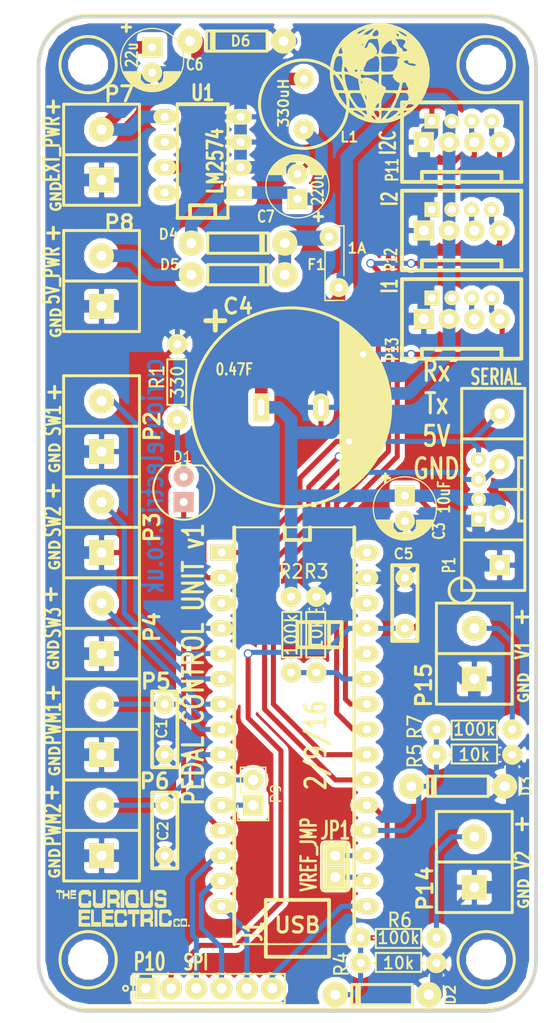
<source format=kicad_pcb>
(kicad_pcb (version 4) (host pcbnew 4.0.5)
  (title_block (date "12 jul 2015"))
  (layers (0 Front signal) (31 Back signal) (34 B.Paste user) (35 F.Paste user) (36 B.SilkS user) (37 F.SilkS user) (38 B.Mask user) (39 F.Mask user) (44 Edge.Cuts user))
  (net 0 "")
  (net 1 +5V)
  (net 2 GND)
  (net 3 "Net-(D1-Pad2)")
  (net 4 "Net-(J1-Pad3)")
  (net 5 "Net-(J1-Pad17)")
  (net 6 "Net-(J1-Pad18)")
  (net 7 "Net-(J1-Pad25)")
  (net 8 "Net-(J1-Pad26)")
  (net 9 "Net-(J1-Pad28)")
  (net 10 "Net-(J1-Pad30)")
  (net 11 /PWM1)
  (net 12 /PWM2)
  (net 13 /PowerSupply/V_EXT+)
  (net 14 "Net-(C7-Pad1)")
  (net 15 "Net-(D1-Pad1)")
  (net 16 /A1)
  (net 17 /A0)
  (net 18 "Net-(D4-Pad2)")
  (net 19 /PowerSupply/5V_EXT+)
  (net 20 /D1/Tx)
  (net 21 /D0/Rx)
  (net 22 /SW1)
  (net 23 /SW2)
  (net 24 /SW3)
  (net 25 "Net-(J1-Pad10)")
  (net 26 "Net-(J1-Pad11)")
  (net 27 /SS)
  (net 28 /MOSI)
  (net 29 /MISO)
  (net 30 /SCK)
  (net 31 /A2)
  (net 32 /A3)
  (net 33 /A4)
  (net 34 /A5)
  (net 35 "Net-(P12-Pad3)")
  (net 36 "Net-(P13-Pad3)")
  (net 37 "Net-(P14-Pad2)")
  (net 38 "Net-(P15-Pad2)")
  (net 39 "Net-(D6-Pad2)")
  (module reinnovation-footprints:PCB_50x100mm (layer Front) (at 154.987 104.8385)
    (fp_text reference PCB1 hide)
    (fp_text value CONN_1 hide)
    (pad "" np_thru_hole circle (at 45 -45) (size 3 3) (drill 3) (layers *.Cu *.Mask F.SilkS))
    (pad "" np_thru_hole circle (at 5 -45) (size 3 3) (drill 3) (layers *.Cu *.Mask F.SilkS))
    (pad "" np_thru_hole circle (at 5 45) (size 3 3) (drill 3) (layers *.Cu *.Mask F.SilkS))
    (pad "" np_thru_hole circle (at 45 45) (size 3 3) (drill 3) (layers *.Cu *.Mask F.SilkS))
  )
  (module matts_components:C1_wide_lg_pad (layer Front) (at 167.687 125.4125 270)
    (fp_text reference C1 (at 1.2065 0.301 270) (layer F.SilkS) (effects (font (size 1.016 1.016) (thickness 0.2032))))
    (fp_text value C hide)
    (pad 1 thru_hole circle (at -1.27 0 270) (size 1.905 1.905) (drill 0.8001) (layers *.Cu *.Mask F.SilkS) (net 11 /PWM1))
    (pad 2 thru_hole circle (at 3.81 0 270) (size 1.905 1.905) (drill 0.8001) (layers *.Cu *.Mask F.SilkS) (net 2 GND))
  )
  (module matts_components:C1_wide_lg_pad (layer Front) (at 167.687 135.5725 270)
    (fp_text reference C2 (at 1.3335 0.174 270) (layer F.SilkS) (effects (font (size 1.016 1.016) (thickness 0.2032))))
    (fp_text value C hide)
    (pad 1 thru_hole circle (at -1.27 0 270) (size 1.905 1.905) (drill 0.8001) (layers *.Cu *.Mask F.SilkS) (net 12 /PWM2))
    (pad 2 thru_hole circle (at 3.81 0 270) (size 1.905 1.905) (drill 0.8001) (layers *.Cu *.Mask F.SilkS) (net 2 GND))
  )
  (module REInnovationFootprint:C_1V7_TH (layer Front) (at 191.817 104.4575 270)
    (fp_text reference C3 (at 2.286 -3.429 270) (layer F.SilkS) (effects (font (size 1.143 0.889) (thickness 0.2032))))
    (fp_text value 10uF (at -1.143 -3.937 270) (layer F.SilkS) (effects (font (size 1.143 0.889) (thickness 0.2032))))
    (fp_text user + (at -3.048 2.032 270) (layer F.SilkS) (effects (font (size 1.143 1.143) (thickness 0.28702))))
    (pad 1 thru_hole rect (at -1.27 0 270) (size 2.032 2.032) (drill 0.8001) (layers *.Cu *.Mask F.SilkS) (net 1 +5V))
    (pad 2 thru_hole circle (at 1.27 0 270) (size 2.032 2.032) (drill 0.8001) (layers *.Cu *.Mask F.SilkS) (net 2 GND))
  )
  (module matts_components:C1_wide_lg_pad (layer Front) (at 191.817 115.2525 90)
    (fp_text reference C5 (at 6.223 -0.127 180) (layer F.SilkS) (effects (font (size 1.016 1.016) (thickness 0.2032))))
    (fp_text value 100n hide)
    (pad 1 thru_hole circle (at -1.27 0 90) (size 1.905 1.905) (drill 0.8001) (layers *.Cu *.Mask F.SilkS) (net 1 +5V))
    (pad 2 thru_hole circle (at 3.81 0 90) (size 1.905 1.905) (drill 0.8001) (layers *.Cu *.Mask F.SilkS) (net 2 GND))
  )
  (module REInnovationFootprint:C_1V7_TH (layer Front) (at 166.417 59.3725 270)
    (fp_text reference C6 (at 0.4445 -4.271 360) (layer F.SilkS) (effects (font (size 1.143 0.889) (thickness 0.2032))))
    (fp_text value 22u (at -0.508 2.032 270) (layer F.SilkS) (effects (font (size 1.143 0.889) (thickness 0.2032))))
    (fp_text user + (at -3.302 2.667 270) (layer F.SilkS) (effects (font (size 1.143 1.143) (thickness 0.28702))))
    (pad 1 thru_hole rect (at -1.27 0 270) (size 2.032 2.032) (drill 0.8001) (layers *.Cu *.Mask F.SilkS) (net 13 /PowerSupply/V_EXT+))
    (pad 2 thru_hole circle (at 1.27 0 270) (size 2.032 2.032) (drill 0.8001) (layers *.Cu *.Mask F.SilkS) (net 2 GND))
  )
  (module REInnovationFootprint:C_1V7_TH (layer Front) (at 181.022 72.0725 90)
    (fp_text reference C7 (at -3.048 -3.175 180) (layer F.SilkS) (effects (font (size 1.143 0.889) (thickness 0.2032))))
    (fp_text value 220u (at -0.254 2.032 90) (layer F.SilkS) (effects (font (size 1.143 0.889) (thickness 0.2032))))
    (fp_text user + (at -3.048 2.032 90) (layer F.SilkS) (effects (font (size 1.143 1.143) (thickness 0.28702))))
    (pad 1 thru_hole rect (at -1.27 0 90) (size 2.032 2.032) (drill 0.8001) (layers *.Cu *.Mask F.SilkS) (net 14 "Net-(C7-Pad1)"))
    (pad 2 thru_hole circle (at 1.27 0 90) (size 2.032 2.032) (drill 0.8001) (layers *.Cu *.Mask F.SilkS) (net 2 GND))
  )
  (module REInnovationFootprint:LED-5MM_larg_pad (layer Front) (at 169.592 102.5525 90)
    (fp_text reference D1 (at 3.302 -0.127 180) (layer F.SilkS))
    (fp_text value LED hide)
    (pad 1 thru_hole rect (at -1.27 0 90) (size 2.032 2.032) (drill 0.8128) (layers *.Cu *.SilkS *.Mask F.Paste) (net 15 "Net-(D1-Pad1)"))
    (pad 2 thru_hole circle (at 1.27 0 90) (size 2.032 2.032) (drill 0.8128) (layers *.Cu *.SilkS *.Mask F.Paste) (net 3 "Net-(D1-Pad2)"))
  )
  (module REInnovationFootprint:TH_Diode_1 (layer Front) (at 189.912 153.3525 180)
    (fp_text reference D2 (at -6.477 0 270) (layer F.SilkS) (effects (font (size 1.016 1.016) (thickness 0.2032))))
    (fp_text value 5V1 hide)
    (pad 2 thru_hole circle (at 5.08 0 180) (size 2.54 2.54) (drill 1.00076) (layers *.Cu *.Mask F.SilkS) (net 16 /A1))
    (pad 1 thru_hole circle (at -4.318 0 180) (size 2.54 2.54) (drill 1.00076) (layers *.Cu *.Mask F.SilkS) (net 2 GND))
  )
  (module REInnovationFootprint:TH_Diode_1 (layer Front) (at 197.532 132.3975 180)
    (fp_text reference D3 (at -6.477 0 270) (layer F.SilkS) (effects (font (size 1.016 1.016) (thickness 0.2032))))
    (fp_text value 5V1 hide)
    (pad 2 thru_hole circle (at 5.08 0 180) (size 2.54 2.54) (drill 1.00076) (layers *.Cu *.Mask F.SilkS) (net 17 /A0))
    (pad 1 thru_hole circle (at -4.318 0 180) (size 2.54 2.54) (drill 1.00076) (layers *.Cu *.Mask F.SilkS) (net 2 GND))
  )
  (module REInnovationFootprint:TH_Diode_1 (layer Front) (at 174.672 77.7875)
    (fp_text reference D4 (at -6.604 -0.889 180) (layer F.SilkS) (effects (font (size 1.016 1.016) (thickness 0.2032))))
    (fp_text value 1N4001 hide)
    (pad 2 thru_hole circle (at 5.08 0) (size 2.54 2.54) (drill 1.00076) (layers *.Cu *.Mask F.SilkS) (net 18 "Net-(D4-Pad2)"))
    (pad 1 thru_hole circle (at -4.318 0) (size 2.54 2.54) (drill 1.00076) (layers *.Cu *.Mask F.SilkS) (net 14 "Net-(C7-Pad1)"))
  )
  (module REInnovationFootprint:TH_Diode_1 (layer Front) (at 174.672 80.9625)
    (fp_text reference D5 (at -6.477 -1.016) (layer F.SilkS) (effects (font (size 1.016 1.016) (thickness 0.2032))))
    (fp_text value 1N4001 hide)
    (pad 2 thru_hole circle (at 5.08 0) (size 2.54 2.54) (drill 1.00076) (layers *.Cu *.Mask F.SilkS) (net 18 "Net-(D4-Pad2)"))
    (pad 1 thru_hole circle (at -4.318 0) (size 2.54 2.54) (drill 1.00076) (layers *.Cu *.Mask F.SilkS) (net 19 /PowerSupply/5V_EXT+))
  )
  (module REInnovationFootprint:TH_MC36188_FUSE (layer Front) (at 184.197 77.1525 270)
    (fp_text reference F1 (at 2.794 1.27 360) (layer F.SilkS) (effects (font (size 1.016 1.016) (thickness 0.2032))))
    (fp_text value 1A (at 1.143 -2.794 360) (layer F.SilkS) (effects (font (size 1.016 1.016) (thickness 0.2032))))
    (pad 1 thru_hole circle (at 0 0 270) (size 1.905 1.905) (drill 0.8) (layers *.Cu *.Mask F.SilkS) (net 18 "Net-(D4-Pad2)"))
    (pad 2 thru_hole circle (at 5.1 -1 270) (size 1.905 1.905) (drill 0.8) (layers *.Cu *.Mask F.SilkS) (net 1 +5V))
  )
  (module REInnovationFootprint:DIP_30_600_NANO (layer Front) (at 181.022 133.0325 270)
    (fp_text reference J1 (at 13.97 4.445 270) (layer F.SilkS) (effects (font (size 1.778 1.143) (thickness 0.3048))))
    (fp_text value ARDUINO_NANO_HEADER hide)
    (fp_text user USB (at 13.335 0 360) (layer F.SilkS) (effects (font (thickness 0.3048))))
    (pad 1 thru_hole rect (at -24.13 7.62 270) (size 1.5748 2.286) (drill 0.8128) (layers *.Cu *.Mask F.SilkS) (net 20 /D1/Tx))
    (pad 2 thru_hole oval (at -21.59 7.62 270) (size 1.5748 2.286) (drill 0.8128) (layers *.Cu *.Mask F.SilkS) (net 21 /D0/Rx))
    (pad 3 thru_hole oval (at -19.05 7.62 270) (size 1.5748 2.286) (drill 0.8128) (layers *.Cu *.Mask F.SilkS) (net 4 "Net-(J1-Pad3)"))
    (pad 4 thru_hole oval (at -16.51 7.62 270) (size 1.5748 2.286) (drill 0.8128) (layers *.Cu *.Mask F.SilkS) (net 2 GND))
    (pad 5 thru_hole oval (at -13.97 7.62 270) (size 1.5748 2.286) (drill 0.8128) (layers *.Cu *.Mask F.SilkS) (net 22 /SW1))
    (pad 6 thru_hole oval (at -11.43 7.62 270) (size 1.5748 2.286) (drill 0.8128) (layers *.Cu *.Mask F.SilkS) (net 23 /SW2))
    (pad 7 thru_hole oval (at -8.89 7.62 270) (size 1.5748 2.286) (drill 0.8128) (layers *.Cu *.Mask F.SilkS) (net 24 /SW3))
    (pad 8 thru_hole oval (at -6.35 7.62 270) (size 1.5748 2.286) (drill 0.8128) (layers *.Cu *.Mask F.SilkS) (net 11 /PWM1))
    (pad 9 thru_hole oval (at -3.81 7.62 270) (size 1.5748 2.286) (drill 0.8128) (layers *.Cu *.Mask F.SilkS) (net 12 /PWM2))
    (pad 10 thru_hole oval (at -1.27 7.62 270) (size 1.5748 2.286) (drill 0.8128) (layers *.Cu *.Mask F.SilkS) (net 25 "Net-(J1-Pad10)"))
    (pad 11 thru_hole oval (at 1.27 7.62 270) (size 1.5748 2.286) (drill 0.8128) (layers *.Cu *.Mask F.SilkS) (net 26 "Net-(J1-Pad11)"))
    (pad 12 thru_hole oval (at 3.81 7.62 270) (size 1.5748 2.286) (drill 0.8128) (layers *.Cu *.Mask F.SilkS) (net 15 "Net-(D1-Pad1)"))
    (pad 13 thru_hole oval (at 6.35 7.62 270) (size 1.5748 2.286) (drill 0.8128) (layers *.Cu *.Mask F.SilkS) (net 27 /SS))
    (pad 14 thru_hole oval (at 8.89 7.62 270) (size 1.5748 2.286) (drill 0.8128) (layers *.Cu *.Mask F.SilkS) (net 28 /MOSI))
    (pad 15 thru_hole oval (at 11.43 7.62 270) (size 1.5748 2.286) (drill 0.8128) (layers *.Cu *.Mask F.SilkS) (net 29 /MISO))
    (pad 16 thru_hole oval (at 11.43 -6.985 270) (size 1.5748 2.286) (drill 0.8128) (layers *.Cu *.Mask F.SilkS) (net 30 /SCK))
    (pad 17 thru_hole oval (at 8.89 -6.985 270) (size 1.5748 2.286) (drill 0.8128) (layers *.Cu *.Mask F.SilkS) (net 5 "Net-(J1-Pad17)"))
    (pad 18 thru_hole oval (at 6.35 -6.985 270) (size 1.5748 2.286) (drill 0.8128) (layers *.Cu *.Mask F.SilkS) (net 6 "Net-(J1-Pad18)"))
    (pad 19 thru_hole oval (at 3.81 -6.985 270) (size 1.5748 2.286) (drill 0.8128) (layers *.Cu *.Mask F.SilkS) (net 17 /A0))
    (pad 20 thru_hole oval (at 1.27 -6.985 270) (size 1.5748 2.286) (drill 0.8128) (layers *.Cu *.Mask F.SilkS) (net 16 /A1))
    (pad 21 thru_hole oval (at -1.27 -6.985 270) (size 1.5748 2.286) (drill 0.8128) (layers *.Cu *.Mask F.SilkS) (net 31 /A2))
    (pad 22 thru_hole oval (at -3.81 -6.985 270) (size 1.5748 2.286) (drill 0.8128) (layers *.Cu *.Mask F.SilkS) (net 32 /A3))
    (pad 23 thru_hole oval (at -6.35 -6.985 270) (size 1.5748 2.286) (drill 0.8128) (layers *.Cu *.Mask F.SilkS) (net 33 /A4))
    (pad 24 thru_hole oval (at -8.89 -6.985 270) (size 1.5748 2.286) (drill 0.8128) (layers *.Cu *.Mask F.SilkS) (net 34 /A5))
    (pad 25 thru_hole oval (at -11.43 -6.985 270) (size 1.5748 2.286) (drill 0.8128) (layers *.Cu *.Mask F.SilkS) (net 7 "Net-(J1-Pad25)"))
    (pad 26 thru_hole oval (at -13.97 -6.985 270) (size 1.5748 2.286) (drill 0.8128) (layers *.Cu *.Mask F.SilkS) (net 8 "Net-(J1-Pad26)"))
    (pad 27 thru_hole oval (at -16.51 -6.985 270) (size 1.5748 2.286) (drill 0.8128) (layers *.Cu *.Mask F.SilkS) (net 1 +5V))
    (pad 28 thru_hole oval (at -19.05 -6.985 270) (size 1.5748 2.286) (drill 0.8128) (layers *.Cu *.Mask F.SilkS) (net 9 "Net-(J1-Pad28)"))
    (pad 29 thru_hole oval (at -21.59 -6.985 270) (size 1.5748 2.286) (drill 0.8128) (layers *.Cu *.Mask F.SilkS) (net 2 GND))
    (pad 30 thru_hole oval (at -24.13 -6.985 270) (size 1.5748 2.286) (drill 0.8128) (layers *.Cu *.Mask F.SilkS) (net 10 "Net-(J1-Pad30)"))
  )
  (module matts_components:SIL-2_solder_connect (layer Front) (at 184.832 140.6525 270)
    (fp_text reference JP1 (at -3.81 0 360) (layer F.SilkS) (effects (font (size 1.72974 1.08712) (thickness 0.27178))))
    (fp_text value VREF_JMP (at -1.397 2.667 270) (layer F.SilkS) (effects (font (size 1.524 1.016) (thickness 0.254))))
    (pad 1 thru_hole rect (at -1.27 0 270) (size 2.032 2.032) (drill 1.00076) (layers *.Cu *.Mask F.SilkS) (net 6 "Net-(J1-Pad18)"))
    (pad 2 thru_hole rect (at 0.889 0 270) (size 2.032 2.032) (drill 1.00076) (layers *.Cu *.Mask F.SilkS) (net 5 "Net-(J1-Pad17)"))
  )
  (module REInnovationFootprint:TH_Inductor (layer Front) (at 181.657 63.8175 270)
    (fp_text reference L1 (at 3.302 -4.572 360) (layer F.SilkS) (effects (font (size 1.016 1.016) (thickness 0.2032))))
    (fp_text value 330uH (at -0.127 2.032 270) (layer F.SilkS) (effects (font (size 1.016 1.016) (thickness 0.2032))))
    (pad 1 thru_hole circle (at -2.54 0 270) (size 2.032 2.032) (drill 0.8001) (layers *.Cu *.Mask F.SilkS) (net 39 "Net-(D6-Pad2)"))
    (pad 2 thru_hole circle (at 2.54 0 270) (size 2.032 2.032) (drill 0.8001) (layers *.Cu *.Mask F.SilkS) (net 14 "Net-(C7-Pad1)"))
  )
  (module CuriousElectric3:CuriousElectric_globe_10mm (layer Front) (at 189.277 60.6425)
    (fp_text reference LG2 hide)
    (fp_text value CONN_1 hide)
  )
  (module REInnovationFootprint:Pin_Header_Straight_1x02 (layer Front) (at 176.577 134.3025 180)
    (fp_text reference P9 (at -2.286 1.143 270) (layer F.SilkS))
    (fp_text value D7_D8 hide)
    (pad 1 thru_hole rect (at 0 0 180) (size 2.032 2.032) (drill 1.016) (layers *.Cu *.Mask F.SilkS) (net 26 "Net-(J1-Pad11)"))
    (pad 2 thru_hole oval (at 0 2.54 180) (size 2.032 2.032) (drill 1.016) (layers *.Cu *.Mask F.SilkS) (net 25 "Net-(J1-Pad10)"))
  )
  (module REInnovationFootprint:TH_6x1_CONN (layer Front) (at 172.132 152.7175)
    (fp_text reference P10 (at -5.969 -2.667) (layer F.SilkS) (effects (font (size 1.72974 1.08712) (thickness 0.27178))))
    (fp_text value SPI (at -1.317 -2.6035) (layer F.SilkS) (effects (font (size 1.524 1.016) (thickness 0.254))))
    (pad 1 thru_hole rect (at -6.35 0) (size 2.10058 2.10058) (drill 1) (layers *.Cu *.Mask F.SilkS) (net 2 GND))
    (pad 2 thru_hole circle (at -3.81 0) (size 2.19964 2.19964) (drill 1) (layers *.Cu *.Mask F.SilkS) (net 1 +5V))
    (pad 3 thru_hole circle (at -1.27 0) (size 2.19964 2.19964) (drill 1) (layers *.Cu *.Mask F.SilkS) (net 27 /SS))
    (pad 4 thru_hole circle (at 1.27 0) (size 2.19964 2.19964) (drill 1) (layers *.Cu *.Mask F.SilkS) (net 28 /MOSI))
    (pad 5 thru_hole circle (at 3.81 0) (size 2.19964 2.19964) (drill 1) (layers *.Cu *.Mask F.SilkS) (net 29 /MISO))
    (pad 6 thru_hole circle (at 6.35 0) (size 2.19964 2.19964) (drill 1) (layers *.Cu *.Mask F.SilkS) (net 30 /SCK))
  )
  (module matts_components:SIL-4_Grove_SIL (layer Front) (at 197.532 67.6275)
    (fp_text reference P11 (at -6.985 2.794 90) (layer F.SilkS) (effects (font (size 1.2 0.8) (thickness 0.2))))
    (fp_text value I2C (at -7.413 0.0635 90) (layer F.SilkS) (effects (font (size 1.524 1.016) (thickness 0.254))))
    (pad 1 thru_hole rect (at -3.81 0) (size 2.032 2.032) (drill 1.00076) (layers *.Cu *.Mask F.SilkS) (net 2 GND))
    (pad 2 thru_hole circle (at -1.27 0) (size 2.032 2.032) (drill 1.00076) (layers *.Cu *.Mask F.SilkS) (net 1 +5V))
    (pad 3 thru_hole circle (at 1.27 0) (size 2.032 2.032) (drill 1.00076) (layers *.Cu *.Mask F.SilkS) (net 33 /A4))
    (pad 4 thru_hole circle (at 3.81 0) (size 2.032 2.032) (drill 1.00076) (layers *.Cu *.Mask F.SilkS) (net 34 /A5))
    (pad 1 thru_hole rect (at -3 -2.111) (size 1.5 1.5) (drill 0.8) (layers *.Cu *.Mask F.SilkS) (net 2 GND))
    (pad 2 thru_hole circle (at -1 -2.111) (size 1.5 1.5) (drill 0.8) (layers *.Cu *.Mask F.SilkS) (net 1 +5V))
    (pad 3 thru_hole circle (at 1 -2.111) (size 1.5 1.5) (drill 0.8) (layers *.Cu *.Mask F.SilkS) (net 33 /A4))
    (pad 4 thru_hole circle (at 3 -2.111) (size 1.5 1.5) (drill 0.8) (layers *.Cu *.Mask F.SilkS) (net 34 /A5))
  )
  (module matts_components:SIL-4_Grove_SIL (layer Front) (at 197.532 76.5175)
    (fp_text reference P12 (at -7.112 2.921 90) (layer F.SilkS) (effects (font (size 1.2 0.8) (thickness 0.2))))
    (fp_text value I2 (at -7.239 -3.175 90) (layer F.SilkS) (effects (font (size 1.524 1.016) (thickness 0.254))))
    (pad 1 thru_hole rect (at -3.81 0) (size 2.032 2.032) (drill 1.00076) (layers *.Cu *.Mask F.SilkS) (net 2 GND))
    (pad 2 thru_hole circle (at -1.27 0) (size 2.032 2.032) (drill 1.00076) (layers *.Cu *.Mask F.SilkS) (net 1 +5V))
    (pad 3 thru_hole circle (at 1.27 0) (size 2.032 2.032) (drill 1.00076) (layers *.Cu *.Mask F.SilkS) (net 35 "Net-(P12-Pad3)"))
    (pad 4 thru_hole circle (at 3.81 0) (size 2.032 2.032) (drill 1.00076) (layers *.Cu *.Mask F.SilkS) (net 32 /A3))
    (pad 1 thru_hole rect (at -3 -2.111) (size 1.5 1.5) (drill 0.8) (layers *.Cu *.Mask F.SilkS) (net 2 GND))
    (pad 2 thru_hole circle (at -1 -2.111) (size 1.5 1.5) (drill 0.8) (layers *.Cu *.Mask F.SilkS) (net 1 +5V))
    (pad 3 thru_hole circle (at 1 -2.111) (size 1.5 1.5) (drill 0.8) (layers *.Cu *.Mask F.SilkS) (net 35 "Net-(P12-Pad3)"))
    (pad 4 thru_hole circle (at 3 -2.111) (size 1.5 1.5) (drill 0.8) (layers *.Cu *.Mask F.SilkS) (net 32 /A3))
  )
  (module matts_components:SIL-4_Grove_SIL (layer Front) (at 197.532 85.4075)
    (fp_text reference P13 (at -6.985 3.048 90) (layer F.SilkS) (effects (font (size 1.2 0.8) (thickness 0.2))))
    (fp_text value I1 (at -7.239 -3.302 90) (layer F.SilkS) (effects (font (size 1.524 1.016) (thickness 0.254))))
    (pad 1 thru_hole rect (at -3.81 0) (size 2.032 2.032) (drill 1.00076) (layers *.Cu *.Mask F.SilkS) (net 2 GND))
    (pad 2 thru_hole circle (at -1.27 0) (size 2.032 2.032) (drill 1.00076) (layers *.Cu *.Mask F.SilkS) (net 1 +5V))
    (pad 3 thru_hole circle (at 1.27 0) (size 2.032 2.032) (drill 1.00076) (layers *.Cu *.Mask F.SilkS) (net 36 "Net-(P13-Pad3)"))
    (pad 4 thru_hole circle (at 3.81 0) (size 2.032 2.032) (drill 1.00076) (layers *.Cu *.Mask F.SilkS) (net 31 /A2))
    (pad 1 thru_hole rect (at -3 -2.111) (size 1.5 1.5) (drill 0.8) (layers *.Cu *.Mask F.SilkS) (net 2 GND))
    (pad 2 thru_hole circle (at -1 -2.111) (size 1.5 1.5) (drill 0.8) (layers *.Cu *.Mask F.SilkS) (net 1 +5V))
    (pad 3 thru_hole circle (at 1 -2.111) (size 1.5 1.5) (drill 0.8) (layers *.Cu *.Mask F.SilkS) (net 36 "Net-(P13-Pad3)"))
    (pad 4 thru_hole circle (at 3 -2.111) (size 1.5 1.5) (drill 0.8) (layers *.Cu *.Mask F.SilkS) (net 31 /A2))
  )
  (module reinnovation-footprints:TH_Resistor_1 (layer Front) (at 168.957 91.7575 90)
    (fp_text reference R1 (at 0.508 -2.032 270) (layer F.SilkS) (effects (font (size 1.397 1.27) (thickness 0.2032))))
    (fp_text value 330 (at 0 0 90) (layer F.SilkS) (effects (font (size 1.2 1.15) (thickness 0.2032))))
    (pad 1 thru_hole circle (at -3.81 0 90) (size 2.032 2.032) (drill 0.8001) (layers *.Cu *.Mask F.SilkS) (net 3 "Net-(D1-Pad2)"))
    (pad 2 thru_hole circle (at 3.81 0 90) (size 2.032 2.032) (drill 0.8001) (layers *.Cu *.Mask F.SilkS) (net 2 GND))
  )
  (module reinnovation-footprints:TH_Resistor_1 (layer Front) (at 180.387 117.1575 270)
    (fp_text reference R2 (at -6.35 0 360) (layer F.SilkS) (effects (font (size 1.397 1.27) (thickness 0.2032))))
    (fp_text value 100k (at 0 0 270) (layer F.SilkS) (effects (font (size 1.2 1.15) (thickness 0.2032))))
    (pad 1 thru_hole circle (at -3.81 0 270) (size 2.032 2.032) (drill 0.8001) (layers *.Cu *.Mask F.SilkS) (net 1 +5V))
    (pad 2 thru_hole circle (at 3.81 0 270) (size 2.032 2.032) (drill 0.8001) (layers *.Cu *.Mask F.SilkS) (net 7 "Net-(J1-Pad25)"))
  )
  (module reinnovation-footprints:TH_Resistor_1 (layer Front) (at 182.927 117.1575 90)
    (fp_text reference R3 (at 6.35 0 180) (layer F.SilkS) (effects (font (size 1.397 1.27) (thickness 0.2032))))
    (fp_text value 10k (at 0 0 90) (layer F.SilkS) (effects (font (size 1.2 1.15) (thickness 0.2032))))
    (pad 1 thru_hole circle (at -3.81 0 90) (size 2.032 2.032) (drill 0.8001) (layers *.Cu *.Mask F.SilkS) (net 7 "Net-(J1-Pad25)"))
    (pad 2 thru_hole circle (at 3.81 0 90) (size 2.032 2.032) (drill 0.8001) (layers *.Cu *.Mask F.SilkS) (net 2 GND))
  )
  (module reinnovation-footprints:TH_Resistor_1 (layer Front) (at 191.182 150.1775)
    (fp_text reference R4 (at -5.715 0.127 90) (layer F.SilkS) (effects (font (size 1.397 1.27) (thickness 0.2032))))
    (fp_text value 10k (at 0 0) (layer F.SilkS) (effects (font (size 1.2 1.15) (thickness 0.2032))))
    (pad 1 thru_hole circle (at -3.81 0) (size 2.032 2.032) (drill 0.8001) (layers *.Cu *.Mask F.SilkS) (net 16 /A1))
    (pad 2 thru_hole circle (at 3.81 0) (size 2.032 2.032) (drill 0.8001) (layers *.Cu *.Mask F.SilkS) (net 2 GND))
  )
  (module reinnovation-footprints:TH_Resistor_1 (layer Front) (at 198.802 129.2225)
    (fp_text reference R5 (at -5.969 0.127 90) (layer F.SilkS) (effects (font (size 1.397 1.27) (thickness 0.2032))))
    (fp_text value 10k (at 0 0) (layer F.SilkS) (effects (font (size 1.2 1.15) (thickness 0.2032))))
    (pad 1 thru_hole circle (at -3.81 0) (size 2.032 2.032) (drill 0.8001) (layers *.Cu *.Mask F.SilkS) (net 17 /A0))
    (pad 2 thru_hole circle (at 3.81 0) (size 2.032 2.032) (drill 0.8001) (layers *.Cu *.Mask F.SilkS) (net 2 GND))
  )
  (module reinnovation-footprints:TH_Resistor_1 (layer Front) (at 191.182 147.6375 180)
    (fp_text reference R6 (at -0.127 1.778 360) (layer F.SilkS) (effects (font (size 1.397 1.27) (thickness 0.2032))))
    (fp_text value 100k (at 0 0 180) (layer F.SilkS) (effects (font (size 1.2 1.15) (thickness 0.2032))))
    (pad 1 thru_hole circle (at -3.81 0 180) (size 2.032 2.032) (drill 0.8001) (layers *.Cu *.Mask F.SilkS) (net 37 "Net-(P14-Pad2)"))
    (pad 2 thru_hole circle (at 3.81 0 180) (size 2.032 2.032) (drill 0.8001) (layers *.Cu *.Mask F.SilkS) (net 16 /A1))
  )
  (module reinnovation-footprints:TH_Resistor_1 (layer Front) (at 198.802 126.6825 180)
    (fp_text reference R7 (at 5.969 0.254 270) (layer F.SilkS) (effects (font (size 1.397 1.27) (thickness 0.2032))))
    (fp_text value 100k (at 0 0 180) (layer F.SilkS) (effects (font (size 1.2 1.15) (thickness 0.2032))))
    (pad 1 thru_hole circle (at -3.81 0 180) (size 2.032 2.032) (drill 0.8001) (layers *.Cu *.Mask F.SilkS) (net 38 "Net-(P15-Pad2)"))
    (pad 2 thru_hole circle (at 3.81 0 180) (size 2.032 2.032) (drill 0.8001) (layers *.Cu *.Mask F.SilkS) (net 17 /A0))
  )
  (module REInnovationFootprint:DIP-8_300_ELL (layer Front) (at 171.497 65.0875 90)
    (fp_text reference U1 (at 2.413 0 180) (layer F.SilkS) (effects (font (size 1.524 1.143) (thickness 0.28702))))
    (fp_text value LM2574 (at -4.445 1.27 90) (layer F.SilkS) (effects (font (size 1.524 1.143) (thickness 0.28702))))
    (pad 1 thru_hole rect (at -7.62 3.81 90) (size 1.5748 2.286) (drill 0.8128) (layers *.Cu *.Mask F.SilkS) (net 14 "Net-(C7-Pad1)"))
    (pad 2 thru_hole oval (at -5.08 3.81 90) (size 1.5748 2.286) (drill 0.8128) (layers *.Cu *.Mask F.SilkS) (net 2 GND))
    (pad 3 thru_hole oval (at -2.54 3.81 90) (size 1.5748 2.286) (drill 0.8128) (layers *.Cu *.Mask F.SilkS) (net 2 GND))
    (pad 4 thru_hole oval (at 0 3.81 90) (size 1.5748 2.286) (drill 0.8128) (layers *.Cu *.Mask F.SilkS) (net 2 GND))
    (pad 5 thru_hole oval (at 0 -3.81 90) (size 1.5748 2.286) (drill 0.8128) (layers *.Cu *.Mask F.SilkS) (net 13 /PowerSupply/V_EXT+))
    (pad 6 thru_hole oval (at -2.54 -3.81 90) (size 1.5748 2.286) (drill 0.8128) (layers *.Cu *.Mask F.SilkS))
    (pad 7 thru_hole oval (at -5.08 -3.81 90) (size 1.5748 2.286) (drill 0.8128) (layers *.Cu *.Mask F.SilkS) (net 39 "Net-(D6-Pad2)"))
    (pad 8 thru_hole oval (at -7.62 -3.81 90) (size 1.5748 2.286) (drill 0.8128) (layers *.Cu *.Mask F.SilkS))
  )
  (module REInnovationFootprint:SIL-4_Grove_SCREW (layer Front) (at 201.342 102.5525 90)
    (fp_text reference P1 (at -7.62 -5.08 270) (layer F.SilkS) (effects (font (size 1.2 0.8) (thickness 0.2))))
    (fp_text value SERIAL (at 11.303 -0.381 360) (layer F.SilkS) (effects (font (size 1.524 1.016) (thickness 0.254))))
    (pad 1 thru_hole rect (at -7.62 0 90) (size 2.032 2.032) (drill 1.00076) (layers *.Cu *.Mask F.SilkS) (net 2 GND))
    (pad 2 thru_hole circle (at -2.54 0 90) (size 2.032 2.032) (drill 1.00076) (layers *.Cu *.Mask F.SilkS) (net 1 +5V))
    (pad 3 thru_hole circle (at 2.54 0 90) (size 2.032 2.032) (drill 1.00076) (layers *.Cu *.Mask F.SilkS) (net 20 /D1/Tx))
    (pad 4 thru_hole circle (at 7.62 0 90) (size 2.032 2.032) (drill 1.00076) (layers *.Cu *.Mask F.SilkS) (net 21 /D0/Rx))
    (pad 1 thru_hole rect (at -3 -2.111 90) (size 1.5 1.5) (drill 0.8) (layers *.Cu *.Mask F.SilkS) (net 2 GND))
    (pad 2 thru_hole circle (at -1 -2.111 90) (size 1.5 1.5) (drill 0.8) (layers *.Cu *.Mask F.SilkS) (net 1 +5V))
    (pad 3 thru_hole circle (at 1 -2.111 90) (size 1.5 1.5) (drill 0.8) (layers *.Cu *.Mask F.SilkS) (net 20 /D1/Tx))
    (pad 4 thru_hole circle (at 3 -2.111 90) (size 1.5 1.5) (drill 0.8) (layers *.Cu *.Mask F.SilkS) (net 21 /D0/Rx))
  )
  (module REInnovationFootprint:SIL-2_screw_terminal (layer Front) (at 161.337 98.7425 90)
    (fp_text reference P2 (at 2.54 5.08 270) (layer F.SilkS) (effects (font (thickness 0.3048))))
    (fp_text value SW1 (at 3.1115 -4.873 90) (layer F.SilkS) (effects (font (size 1.524 1.016) (thickness 0.254))))
    (fp_text user GND (at -0.635 -4.699 270) (layer F.SilkS) (effects (font (thickness 0.25))))
    (fp_text user + (at 5.969 -4.826 90) (layer F.SilkS) (effects (font (thickness 0.3048))))
    (pad 1 thru_hole rect (at 0 0 90) (size 2.49936 2.49936) (drill 1.00076) (layers *.Cu *.Mask F.SilkS) (net 2 GND))
    (pad 2 thru_hole circle (at 5.08 0 90) (size 2.49936 2.49936) (drill 1.00076) (layers *.Cu *.Mask F.SilkS) (net 22 /SW1))
  )
  (module REInnovationFootprint:SIL-2_screw_terminal (layer Front) (at 161.337 108.9025 90)
    (fp_text reference P3 (at 2.54 5.08 270) (layer F.SilkS) (effects (font (thickness 0.3048))))
    (fp_text value SW2 (at 3.1115 -4.873 90) (layer F.SilkS) (effects (font (size 1.524 1.016) (thickness 0.254))))
    (fp_text user GND (at -0.254 -4.699 270) (layer F.SilkS) (effects (font (thickness 0.25))))
    (fp_text user + (at 6.223 -4.953 90) (layer F.SilkS) (effects (font (thickness 0.3048))))
    (pad 1 thru_hole rect (at 0 0 90) (size 2.49936 2.49936) (drill 1.00076) (layers *.Cu *.Mask F.SilkS) (net 2 GND))
    (pad 2 thru_hole circle (at 5.08 0 90) (size 2.49936 2.49936) (drill 1.00076) (layers *.Cu *.Mask F.SilkS) (net 23 /SW2))
  )
  (module REInnovationFootprint:SIL-2_screw_terminal (layer Front) (at 161.337 119.0625 90)
    (fp_text reference P4 (at 2.667 5.08 270) (layer F.SilkS) (effects (font (thickness 0.3048))))
    (fp_text value SW3 (at 3.1115 -4.873 90) (layer F.SilkS) (effects (font (size 1.524 1.016) (thickness 0.254))))
    (fp_text user GND (at -0.127 -4.826 270) (layer F.SilkS) (effects (font (thickness 0.25))))
    (fp_text user + (at 5.969 -5.207 90) (layer F.SilkS) (effects (font (thickness 0.3048))))
    (pad 1 thru_hole rect (at 0 0 90) (size 2.49936 2.49936) (drill 1.00076) (layers *.Cu *.Mask F.SilkS) (net 2 GND))
    (pad 2 thru_hole circle (at 5.08 0 90) (size 2.49936 2.49936) (drill 1.00076) (layers *.Cu *.Mask F.SilkS) (net 24 /SW3))
  )
  (module REInnovationFootprint:SIL-2_screw_terminal (layer Front) (at 161.337 129.2225 90)
    (fp_text reference P5 (at 7.366 5.461 360) (layer F.SilkS) (effects (font (thickness 0.3048))))
    (fp_text value PWM1 (at 3.1115 -4.873 90) (layer F.SilkS) (effects (font (size 1.524 1.016) (thickness 0.254))))
    (fp_text user GND (at -0.635 -4.699 270) (layer F.SilkS) (effects (font (thickness 0.25))))
    (fp_text user + (at 6.223 -4.953 90) (layer F.SilkS) (effects (font (thickness 0.3048))))
    (pad 1 thru_hole rect (at 0 0 90) (size 2.49936 2.49936) (drill 1.00076) (layers *.Cu *.Mask F.SilkS) (net 2 GND))
    (pad 2 thru_hole circle (at 5.08 0 90) (size 2.49936 2.49936) (drill 1.00076) (layers *.Cu *.Mask F.SilkS) (net 11 /PWM1))
  )
  (module REInnovationFootprint:SIL-2_screw_terminal (layer Front) (at 161.337 139.3825 90)
    (fp_text reference P6 (at 7.493 5.334 180) (layer F.SilkS) (effects (font (thickness 0.3048))))
    (fp_text value PWM2 (at 3.1115 -4.873 90) (layer F.SilkS) (effects (font (size 1.524 1.016) (thickness 0.254))))
    (fp_text user GND (at -0.762 -4.699 270) (layer F.SilkS) (effects (font (thickness 0.25))))
    (fp_text user + (at 6.35 -5.08 90) (layer F.SilkS) (effects (font (thickness 0.3048))))
    (pad 1 thru_hole rect (at 0 0 90) (size 2.49936 2.49936) (drill 1.00076) (layers *.Cu *.Mask F.SilkS) (net 2 GND))
    (pad 2 thru_hole circle (at 5.08 0 90) (size 2.49936 2.49936) (drill 1.00076) (layers *.Cu *.Mask F.SilkS) (net 12 /PWM2))
  )
  (module REInnovationFootprint:SIL-2_screw_terminal (layer Front) (at 161.337 71.4375 90)
    (fp_text reference P7 (at 8.636 1.778 180) (layer F.SilkS) (effects (font (thickness 0.3048))))
    (fp_text value EXT_PWR (at 3.1115 -5 90) (layer F.SilkS) (effects (font (size 1.524 1.016) (thickness 0.254))))
    (fp_text user GND (at -1.651 -4.572 270) (layer F.SilkS) (effects (font (thickness 0.25))))
    (fp_text user + (at 7.366 -4.953 90) (layer F.SilkS) (effects (font (thickness 0.3048))))
    (pad 1 thru_hole rect (at 0 0 90) (size 2.49936 2.49936) (drill 1.00076) (layers *.Cu *.Mask F.SilkS) (net 2 GND))
    (pad 2 thru_hole circle (at 5.08 0 90) (size 2.49936 2.49936) (drill 1.00076) (layers *.Cu *.Mask F.SilkS) (net 13 /PowerSupply/V_EXT+))
  )
  (module REInnovationFootprint:SIL-2_screw_terminal (layer Front) (at 161.337 84.1375 90)
    (fp_text reference P8 (at 8.382 1.778 180) (layer F.SilkS) (effects (font (thickness 0.3048))))
    (fp_text value 5V_PWR (at 3.1115 -5 90) (layer F.SilkS) (effects (font (size 1.524 1.016) (thickness 0.254))))
    (fp_text user GND (at -1.651 -4.572 270) (layer F.SilkS) (effects (font (thickness 0.25))))
    (fp_text user + (at 7.366 -4.953 90) (layer F.SilkS) (effects (font (thickness 0.3048))))
    (pad 1 thru_hole rect (at 0 0 90) (size 2.49936 2.49936) (drill 1.00076) (layers *.Cu *.Mask F.SilkS) (net 2 GND))
    (pad 2 thru_hole circle (at 5.08 0 90) (size 2.49936 2.49936) (drill 1.00076) (layers *.Cu *.Mask F.SilkS) (net 19 /PowerSupply/5V_EXT+))
  )
  (module REInnovationFootprint:SIL-2_screw_terminal (layer Front) (at 198.802 142.5575 90)
    (fp_text reference P14 (at -0.127 -4.953 270) (layer F.SilkS) (effects (font (thickness 0.3048))))
    (fp_text value V2 (at 2.7305 4.906 90) (layer F.SilkS) (effects (font (size 1.524 1.016) (thickness 0.254))))
    (fp_text user GND (at -0.635 4.953 270) (layer F.SilkS) (effects (font (thickness 0.25))))
    (fp_text user + (at 6.35 4.699 90) (layer F.SilkS) (effects (font (thickness 0.3048))))
    (pad 1 thru_hole rect (at 0 0 90) (size 2.49936 2.49936) (drill 1.00076) (layers *.Cu *.Mask F.SilkS) (net 2 GND))
    (pad 2 thru_hole circle (at 5.08 0 90) (size 2.49936 2.49936) (drill 1.00076) (layers *.Cu *.Mask F.SilkS) (net 37 "Net-(P14-Pad2)"))
  )
  (module REInnovationFootprint:SIL-2_screw_terminal (layer Front) (at 198.802 121.6025 90)
    (fp_text reference P15 (at -0.635 -5.08 270) (layer F.SilkS) (effects (font (thickness 0.3048))))
    (fp_text value V1 (at 2.921 4.953 90) (layer F.SilkS) (effects (font (size 1.524 1.016) (thickness 0.254))))
    (fp_text user GND (at -0.889 4.953 270) (layer F.SilkS) (effects (font (thickness 0.25))))
    (fp_text user + (at 6.223 4.699 90) (layer F.SilkS) (effects (font (thickness 0.3048))))
    (pad 1 thru_hole rect (at 0 0 90) (size 2.49936 2.49936) (drill 1.00076) (layers *.Cu *.Mask F.SilkS) (net 2 GND))
    (pad 2 thru_hole circle (at 5.08 0 90) (size 2.49936 2.49936) (drill 1.00076) (layers *.Cu *.Mask F.SilkS) (net 38 "Net-(P15-Pad2)"))
  )
  (module CuriousElectric3:TCEC_Words_13mm (layer Front) (at 156.511 142.5575)
    (fp_text reference LG1 hide)
    (fp_text value CONN_1 hide)
  )
  (module REInnovationFootprint:C_1F_SuperCap (layer Front) (at 180.387 94.2975)
    (fp_text reference C4 (at -5.334 -10.16) (layer F.SilkS) (effects (font (thickness 0.3048))))
    (fp_text value 0.47F (at -5.715 -3.81) (layer F.SilkS) (effects (font (size 1.143 0.889) (thickness 0.2032))))
    (fp_text user + (at -7.62 -8.89) (layer F.SilkS) (effects (font (size 2.5 2.5) (thickness 0.5))))
    (pad 1 thru_hole rect (at -3 0) (size 1.6 2.8) (drill oval 0.6 1.7) (layers *.Cu *.Mask F.SilkS) (net 1 +5V))
    (pad 2 thru_hole oval (at 3 0) (size 1.6 2.8) (drill oval 0.6 1.7) (layers *.Cu *.Mask F.SilkS) (net 2 GND))
  )
  (module REInnovationFootprint:TH_Diode_1 (layer Front) (at 175.307 57.4675 180)
    (fp_text reference D6 (at 0 0 180) (layer F.SilkS) (effects (font (size 1.016 1.016) (thickness 0.2032))))
    (fp_text value 1N5819 hide)
    (pad 2 thru_hole circle (at 5.08 0 180) (size 2.54 2.54) (drill 1.00076) (layers *.Cu *.Mask F.SilkS) (net 39 "Net-(D6-Pad2)"))
    (pad 1 thru_hole circle (at -4.318 0 180) (size 2.54 2.54) (drill 1.00076) (layers *.Cu *.Mask F.SilkS) (net 2 GND))
  )
  (gr_text 2/9/16 (at 182.88 128.27 90) (layer F.SilkS) (effects (font (size 2.032 1.524) (thickness 0.3048))))
  (gr_text curiouselectric.co.uk (at 166.497 101.219 90) (layer Back) (effects (font (size 2.032 1.524) (thickness 0.3048)) (justify mirror)))
  (gr_text "PEDAL CONTROL UNIT v1" (at 170.561 120.142 90) (layer F.SilkS) (effects (font (size 2.032 1.524) (thickness 0.3048))))
  (gr_arc (start 160 60) (end 155 60) (angle 90) (layer Edge.Cuts) (width 0.381))
  (gr_arc (start 200 60) (end 200 55) (angle 90) (layer Edge.Cuts) (width 0.381))
  (gr_arc (start 200 150) (end 205 150) (angle 90) (layer Edge.Cuts) (width 0.381))
  (gr_arc (start 160 150) (end 160 155) (angle 90) (layer Edge.Cuts) (width 0.381))
  (gr_line (start 155 60) (end 155 150) (angle 90) (layer Edge.Cuts) (width 0.381))
  (gr_line (start 200 55) (end 160 55) (angle 90) (layer Edge.Cuts) (width 0.381))
  (gr_line (start 205 150) (end 205 60) (angle 90) (layer Edge.Cuts) (width 0.381))
  (gr_line (start 160 155) (end 200 155) (angle 90) (layer Edge.Cuts) (width 0.381))
  (gr_text "Rx\nTx\n5V\nGND" (at 194.992 95.5675) (layer F.SilkS) (effects (font (size 2.032 1.524) (thickness 0.3048))))
  (segment (start 177.387 94.2975) (end 179.1335 94.2975) (width 1.27) (layer Back) (net 1))
  (segment (start 180.387 95.551) (end 180.387 96.8375) (width 1.27) (layer Back) (net 1))
  (segment (start 179.1335 94.2975) (end 180.387 95.551) (width 1.27) (layer Back) (net 1))
  (segment (start 180.387 96.8375) (end 184.451 96.8375) (width 1.27) (layer Back) (net 1))
  (segment (start 184.451 96.8375) (end 188.388 92.9005) (width 1.27) (layer Back) (net 1))
  (segment (start 188.388 92.9005) (end 192.198 92.9005) (width 1.27) (layer Back) (net 1))
  (segment (start 192.198 92.9005) (end 196.262 88.8365) (width 1.27) (layer Back) (net 1))
  (segment (start 196.262 88.8365) (end 196.262 85.4075) (width 1.27) (layer Back) (net 1))
  (segment (start 199.231 103.5525) (end 200.818 103.5525) (width 1.27) (layer Back) (net 1))
  (segment (start 200.818 103.5525) (end 201.342 104.0765) (width 1.27) (layer Back) (net 1))
  (segment (start 201.342 104.0765) (end 201.342 105.0925) (width 1.27) (layer Back) (net 1))
  (segment (start 191.817 103.1875) (end 197.024 103.1875) (width 1.27) (layer Back) (net 1))
  (segment (start 197.389 103.5525) (end 199.231 103.5525) (width 1.27) (layer Back) (net 1))
  (segment (start 197.024 103.1875) (end 197.389 103.5525) (width 1.27) (layer Back) (net 1))
  (segment (start 191.817 103.1875) (end 180.387 103.1875) (width 1.27) (layer Back) (net 1))
  (segment (start 180.387 103.1875) (end 180.387 103.0605) (width 1.27) (layer Back) (net 1))
  (segment (start 177.387 94.2975) (end 177.847 94.2975) (width 1.27) (layer Back) (net 1))
  (segment (start 180.387 96.8375) (end 180.387 103.0605) (width 1.27) (layer Back) (net 1))
  (segment (start 180.387 103.0605) (end 180.387 113.3475) (width 1.27) (layer Back) (net 1))
  (segment (start 185.197 82.2525) (end 185.197 83.3915) (width 1.27) (layer Front) (net 1))
  (segment (start 177.387 91.2015) (end 177.387 94.2975) (width 1.27) (layer Front) (net 1))
  (segment (start 185.197 83.3915) (end 177.387 91.2015) (width 1.27) (layer Front) (net 1))
  (segment (start 196.532 65.5165) (end 196.532 64.2145) (width 1.27) (layer Back) (net 1))
  (segment (start 185.975 81.4745) (end 185.197 82.2525) (width 1.27) (layer Back) (net 1))
  (segment (start 185.975 69.1515) (end 185.975 81.4745) (width 1.27) (layer Back) (net 1))
  (segment (start 191.817 63.3095) (end 185.975 69.1515) (width 1.27) (layer Back) (net 1))
  (segment (start 195.627 63.3095) (end 191.817 63.3095) (width 1.27) (layer Back) (net 1))
  (segment (start 196.532 64.2145) (end 195.627 63.3095) (width 1.27) (layer Back) (net 1))
  (segment (start 196.262 67.6275) (end 196.262 65.7865) (width 1.27) (layer Back) (net 1))
  (segment (start 196.262 65.7865) (end 196.532 65.5165) (width 1.27) (layer Back) (net 1))
  (segment (start 196.262 85.4075) (end 196.262 67.6275) (width 1.27) (layer Back) (net 1))
  (segment (start 168.322 152.7175) (end 168.322 151.3205) (width 0.508) (layer Front) (net 1))
  (segment (start 186.229 116.5225) (end 188.007 116.5225) (width 0.508) (layer Back) (net 1))
  (segment (start 183.816 118.9355) (end 186.229 116.5225) (width 0.508) (layer Back) (net 1))
  (segment (start 176.196 118.9355) (end 183.816 118.9355) (width 0.508) (layer Back) (net 1))
  (segment (start 176.069 119.0625) (end 176.196 118.9355) (width 0.508) (layer Back) (net 1))
  (via (at 176.069 119.0625) (size 0.889) (drill 0.635) (layers Front Back) (net 1))
  (segment (start 176.069 125.5395) (end 176.069 119.0625) (width 0.508) (layer Front) (net 1))
  (segment (start 179.371 128.8415) (end 176.069 125.5395) (width 0.508) (layer Front) (net 1))
  (segment (start 179.371 143.9545) (end 179.371 128.8415) (width 0.508) (layer Front) (net 1))
  (segment (start 174.926 148.3995) (end 179.371 143.9545) (width 0.508) (layer Front) (net 1))
  (segment (start 171.243 148.3995) (end 174.926 148.3995) (width 0.508) (layer Front) (net 1))
  (segment (start 168.322 151.3205) (end 171.243 148.3995) (width 0.508) (layer Front) (net 1))
  (segment (start 191.817 116.5225) (end 192.706 116.5225) (width 0.508) (layer Front) (net 1))
  (segment (start 192.706 116.5225) (end 194.738 114.4905) (width 0.508) (layer Front) (net 1))
  (segment (start 192.96 103.1875) (end 191.817 103.1875) (width 0.508) (layer Front) (net 1))
  (segment (start 194.738 104.9655) (end 192.96 103.1875) (width 0.508) (layer Front) (net 1))
  (segment (start 194.738 114.4905) (end 194.738 104.9655) (width 0.508) (layer Front) (net 1))
  (segment (start 185.197 82.2525) (end 185.197 80.9785) (width 0.508) (layer Back) (net 1))
  (segment (start 196.262 64.4525) (end 196.262 67.6275) (width 0.508) (layer Back) (net 1))
  (segment (start 195.119 63.3095) (end 196.262 64.4525) (width 0.508) (layer Back) (net 1))
  (segment (start 191.309 63.3095) (end 195.119 63.3095) (width 0.508) (layer Back) (net 1))
  (segment (start 185.975 68.6435) (end 191.309 63.3095) (width 0.508) (layer Back) (net 1))
  (segment (start 185.975 80.2005) (end 185.975 68.6435) (width 0.508) (layer Back) (net 1))
  (segment (start 185.197 80.9785) (end 185.975 80.2005) (width 0.508) (layer Back) (net 1))
  (segment (start 191.817 103.1875) (end 198.866 103.1875) (width 0.508) (layer Back) (net 1))
  (segment (start 198.866 103.1875) (end 199.231 103.5525) (width 0.508) (layer Back) (net 1))
  (segment (start 199.231 103.5525) (end 199.802 103.5525) (width 0.508) (layer Back) (net 1))
  (segment (start 196.262 65.7865) (end 196.532 65.5165) (width 0.508) (layer Back) (net 1))
  (segment (start 196.262 76.5175) (end 196.262 67.6275) (width 0.508) (layer Back) (net 1))
  (segment (start 196.262 76.5175) (end 196.262 74.6765) (width 0.508) (layer Back) (net 1))
  (segment (start 196.262 74.6765) (end 196.532 74.4065) (width 0.508) (layer Back) (net 1))
  (segment (start 196.262 85.4075) (end 196.262 76.5175) (width 0.508) (layer Back) (net 1))
  (segment (start 196.262 85.4075) (end 196.262 83.5665) (width 0.508) (layer Back) (net 1))
  (segment (start 196.262 83.5665) (end 196.532 83.2965) (width 0.508) (layer Back) (net 1))
  (segment (start 191.817 116.5225) (end 188.007 116.5225) (width 0.508) (layer Back) (net 1))
  (segment (start 158.924 70.485) (end 158.924 65.104) (width 1.27) (layer Back) (net 2))
  (segment (start 163.3055 63.754) (end 166.417 60.6425) (width 1.27) (layer Back) (net 2))
  (segment (start 160.274 63.754) (end 163.3055 63.754) (width 1.27) (layer Back) (net 2))
  (segment (start 158.924 65.104) (end 160.274 63.754) (width 1.27) (layer Back) (net 2))
  (segment (start 194.532 65.5165) (end 194.532 66.8175) (width 1.27) (layer Back) (net 2))
  (segment (start 194.532 66.8175) (end 193.722 67.6275) (width 1.27) (layer Back) (net 2))
  (segment (start 193.722 67.6275) (end 193.722 85.4075) (width 1.27) (layer Back) (net 2))
  (segment (start 175.307 70.1675) (end 180.387 70.1675) (width 1.27) (layer Back) (net 2))
  (segment (start 180.387 70.1675) (end 181.022 70.8025) (width 1.27) (layer Back) (net 2))
  (segment (start 175.307 60.6425) (end 175.307 70.1675) (width 1.27) (layer Back) (net 2))
  (segment (start 166.417 60.6425) (end 177.212 60.6425) (width 1.27) (layer Back) (net 2))
  (segment (start 158.924 129.2225) (end 167.687 129.2225) (width 1.27) (layer Back) (net 2))
  (segment (start 161.337 119.0625) (end 158.924 119.0625) (width 1.27) (layer Back) (net 2))
  (segment (start 161.337 108.9025) (end 158.924 108.9025) (width 1.27) (layer Back) (net 2))
  (segment (start 161.337 98.7425) (end 158.924 98.7425) (width 1.27) (layer Back) (net 2))
  (segment (start 161.337 84.1375) (end 158.924 84.1375) (width 1.27) (layer Back) (net 2))
  (segment (start 161.337 71.4375) (end 158.924 71.4375) (width 1.27) (layer Back) (net 2))
  (segment (start 158.924 71.4375) (end 159.305 71.4375) (width 1.27) (layer Back) (net 2))
  (segment (start 158.924 139.3825) (end 158.924 70.485) (width 1.27) (layer Back) (net 2))
  (segment (start 167.687 139.3825) (end 158.924 139.3825) (width 1.27) (layer Back) (net 2))
  (segment (start 158.924 139.3825) (end 158.797 139.3825) (width 1.27) (layer Back) (net 2))
  (segment (start 165.782 152.7175) (end 165.782 139.3825) (width 1.27) (layer Back) (net 2))
  (segment (start 194.992 153.3525) (end 194.992 150.1775) (width 1.27) (layer Back) (net 2))
  (segment (start 202.612 129.2225) (end 202.612 141.4145) (width 1.27) (layer Back) (net 2))
  (segment (start 201.469 142.5575) (end 198.802 142.5575) (width 1.27) (layer Back) (net 2))
  (segment (start 202.612 141.4145) (end 201.469 142.5575) (width 1.27) (layer Back) (net 2))
  (segment (start 200.072 129.2225) (end 202.612 129.2225) (width 1.27) (layer Back) (net 2))
  (segment (start 198.802 121.6025) (end 198.802 127.9525) (width 1.27) (layer Back) (net 2))
  (segment (start 198.802 127.9525) (end 200.072 129.2225) (width 1.27) (layer Back) (net 2))
  (segment (start 199.231 109.4585) (end 195.881 112.8085) (width 1.27) (layer Back) (net 2))
  (segment (start 195.881 112.8085) (end 195.881 119.6975) (width 1.27) (layer Back) (net 2))
  (segment (start 195.881 119.6975) (end 197.786 121.6025) (width 1.27) (layer Back) (net 2))
  (segment (start 197.786 121.6025) (end 198.802 121.6025) (width 1.27) (layer Back) (net 2))
  (segment (start 199.231 105.5525) (end 199.231 109.4585) (width 1.27) (layer Back) (net 2))
  (segment (start 199.231 109.4585) (end 199.945 110.1725) (width 1.27) (layer Back) (net 2))
  (segment (start 199.945 110.1725) (end 201.342 110.1725) (width 1.27) (layer Back) (net 2))
  (segment (start 191.817 105.7275) (end 199.056 105.7275) (width 1.27) (layer Back) (net 2))
  (segment (start 199.056 105.7275) (end 199.231 105.5525) (width 1.27) (layer Back) (net 2))
  (segment (start 190.293 111.4425) (end 190.293 107.2515) (width 1.27) (layer Back) (net 2))
  (segment (start 190.293 107.2515) (end 191.817 105.7275) (width 1.27) (layer Back) (net 2))
  (segment (start 188.007 111.4425) (end 190.293 111.4425) (width 1.27) (layer Back) (net 2))
  (segment (start 190.293 111.4425) (end 191.817 111.4425) (width 1.27) (layer Back) (net 2))
  (segment (start 188.007 111.4425) (end 184.832 111.4425) (width 1.27) (layer Back) (net 2))
  (segment (start 184.832 111.4425) (end 182.927 113.3475) (width 1.27) (layer Back) (net 2))
  (segment (start 173.402 116.5225) (end 181.657 116.5225) (width 1.27) (layer Back) (net 2))
  (segment (start 181.657 116.5225) (end 182.927 115.2525) (width 1.27) (layer Back) (net 2))
  (segment (start 182.927 115.2525) (end 182.927 113.3475) (width 1.27) (layer Back) (net 2))
  (segment (start 173.91 85.4075) (end 173.91 95.3135) (width 1.27) (layer Back) (net 2))
  (segment (start 173.91 95.3135) (end 175.942 97.3455) (width 1.27) (layer Back) (net 2))
  (segment (start 175.942 97.3455) (end 175.942 116.5225) (width 1.27) (layer Back) (net 2))
  (segment (start 183.387 94.2975) (end 183.387 85.4075) (width 1.27) (layer Back) (net 2))
  (segment (start 161.337 84.1375) (end 169.719 84.1375) (width 1.27) (layer Back) (net 2))
  (segment (start 169.719 84.1375) (end 170.989 85.4075) (width 1.27) (layer Back) (net 2))
  (segment (start 170.989 85.4075) (end 173.91 85.4075) (width 1.27) (layer Back) (net 2))
  (segment (start 173.91 85.4075) (end 193.722 85.4075) (width 1.27) (layer Back) (net 2))
  (segment (start 175.942 116.5225) (end 175.942 97.3455) (width 0.508) (layer Back) (net 2))
  (segment (start 174.037 95.4405) (end 174.037 85.4075) (width 0.508) (layer Back) (net 2))
  (segment (start 175.942 97.3455) (end 174.037 95.4405) (width 0.508) (layer Back) (net 2))
  (segment (start 183.308 85.6615) (end 183.308 85.4075) (width 0.508) (layer Back) (net 2))
  (segment (start 183.308 85.4865) (end 183.308 85.6615) (width 0.508) (layer Back) (net 2))
  (segment (start 183.387 85.4075) (end 183.308 85.4865) (width 0.508) (layer Back) (net 2))
  (segment (start 168.957 87.9475) (end 168.957 84.2645) (width 0.508) (layer Back) (net 2))
  (segment (start 168.957 84.2645) (end 169.084 84.1375) (width 0.508) (layer Back) (net 2))
  (segment (start 201.342 110.1725) (end 201.596 110.1725) (width 0.508) (layer Back) (net 2))
  (segment (start 173.402 116.5225) (end 175.942 116.5225) (width 0.508) (layer Back) (net 2))
  (segment (start 175.942 116.5225) (end 181.657 116.5225) (width 0.508) (layer Back) (net 2))
  (segment (start 182.927 115.2525) (end 182.927 113.3475) (width 0.508) (layer Back) (net 2))
  (segment (start 181.657 116.5225) (end 182.927 115.2525) (width 0.508) (layer Back) (net 2))
  (segment (start 193.722 85.4075) (end 183.308 85.4075) (width 0.508) (layer Back) (net 2))
  (segment (start 183.308 85.4075) (end 182.292 85.4075) (width 0.508) (layer Back) (net 2))
  (segment (start 182.292 85.4075) (end 174.037 85.4075) (width 0.508) (layer Back) (net 2))
  (segment (start 174.037 85.4075) (end 170.989 85.4075) (width 0.508) (layer Back) (net 2))
  (segment (start 169.719 84.1375) (end 170.862 85.2805) (width 0.508) (layer Back) (net 2))
  (segment (start 170.989 85.4075) (end 170.862 85.2805) (width 0.508) (layer Back) (net 2))
  (segment (start 169.084 84.1375) (end 169.719 84.1375) (width 0.508) (layer Back) (net 2))
  (segment (start 198.802 121.6025) (end 197.786 121.6025) (width 0.508) (layer Back) (net 2))
  (segment (start 197.786 121.6025) (end 195.881 119.6975) (width 0.508) (layer Back) (net 2))
  (segment (start 195.881 119.6975) (end 195.881 112.8085) (width 0.508) (layer Back) (net 2))
  (segment (start 199.056 105.7275) (end 199.231 105.5525) (width 0.508) (layer Back) (net 2))
  (segment (start 199.945 110.1725) (end 201.342 110.1725) (width 0.508) (layer Back) (net 2))
  (segment (start 199.231 109.4585) (end 199.945 110.1725) (width 0.508) (layer Back) (net 2))
  (segment (start 161.337 84.1375) (end 169.084 84.1375) (width 0.508) (layer Back) (net 2))
  (segment (start 180.387 70.1675) (end 181.022 70.8025) (width 0.508) (layer Back) (net 2))
  (segment (start 175.307 65.0875) (end 175.307 60.6425) (width 0.508) (layer Back) (net 2))
  (segment (start 175.307 60.6425) (end 175.307 60.7695) (width 0.508) (layer Back) (net 2))
  (segment (start 175.307 60.7695) (end 175.307 60.6425) (width 0.508) (layer Back) (net 2))
  (segment (start 166.417 60.6425) (end 175.307 60.6425) (width 0.508) (layer Back) (net 2))
  (segment (start 175.307 60.6425) (end 177.212 60.6425) (width 0.508) (layer Back) (net 2))
  (segment (start 175.307 67.6275) (end 175.307 65.0875) (width 0.508) (layer Back) (net 2))
  (segment (start 175.307 70.1675) (end 175.307 67.6275) (width 0.508) (layer Back) (net 2))
  (segment (start 193.722 67.6275) (end 193.722 66.3265) (width 0.508) (layer Back) (net 2))
  (segment (start 193.722 66.3265) (end 194.532 65.5165) (width 0.508) (layer Back) (net 2))
  (segment (start 193.722 76.5175) (end 193.722 67.6275) (width 0.508) (layer Back) (net 2))
  (segment (start 193.722 76.5175) (end 193.722 75.2165) (width 0.508) (layer Back) (net 2))
  (segment (start 193.722 75.2165) (end 194.532 74.4065) (width 0.508) (layer Back) (net 2))
  (segment (start 193.722 85.4075) (end 193.722 76.5175) (width 0.508) (layer Back) (net 2))
  (segment (start 193.722 85.4075) (end 193.722 84.1065) (width 0.508) (layer Back) (net 2))
  (segment (start 193.722 84.1065) (end 194.532 83.2965) (width 0.508) (layer Back) (net 2))
  (segment (start 161.337 129.2225) (end 158.924 129.2225) (width 0.508) (layer Back) (net 2))
  (segment (start 158.924 129.2225) (end 159.051 129.2225) (width 0.508) (layer Back) (net 2))
  (segment (start 159.051 129.2225) (end 158.924 129.2225) (width 0.508) (layer Back) (net 2))
  (segment (start 158.924 119.0625) (end 159.051 119.0625) (width 0.508) (layer Back) (net 2))
  (segment (start 159.051 119.0625) (end 158.924 119.0625) (width 0.508) (layer Back) (net 2))
  (segment (start 158.924 108.9025) (end 159.178 108.9025) (width 0.508) (layer Back) (net 2))
  (segment (start 159.178 108.9025) (end 158.924 108.9025) (width 0.508) (layer Back) (net 2))
  (segment (start 158.924 98.7425) (end 158.924 98.9965) (width 0.508) (layer Back) (net 2))
  (segment (start 158.924 84.1375) (end 159.051 84.1375) (width 0.508) (layer Back) (net 2))
  (segment (start 159.051 84.1375) (end 158.924 84.1375) (width 0.508) (layer Back) (net 2))
  (segment (start 161.337 139.3825) (end 158.797 139.3825) (width 0.508) (layer Back) (net 2))
  (segment (start 158.797 139.3825) (end 158.924 139.2555) (width 0.508) (layer Back) (net 2))
  (segment (start 158.924 139.2555) (end 158.924 129.2225) (width 0.508) (layer Back) (net 2))
  (segment (start 158.924 72.1995) (end 158.924 71.8185) (width 0.508) (layer Back) (net 2))
  (segment (start 158.924 71.8185) (end 159.305 71.4375) (width 0.508) (layer Back) (net 2))
  (segment (start 158.924 129.2225) (end 158.924 119.0625) (width 0.508) (layer Back) (net 2))
  (segment (start 158.924 119.0625) (end 158.924 108.9025) (width 0.508) (layer Back) (net 2))
  (segment (start 158.924 108.9025) (end 158.924 98.9965) (width 0.508) (layer Back) (net 2))
  (segment (start 158.924 98.9965) (end 158.924 84.1375) (width 0.508) (layer Back) (net 2))
  (segment (start 158.924 84.1375) (end 158.924 72.1995) (width 0.508) (layer Back) (net 2))
  (segment (start 200.072 129.2225) (end 198.802 127.9525) (width 0.508) (layer Back) (net 2))
  (segment (start 198.802 142.5575) (end 200.707 142.5575) (width 0.508) (layer Back) (net 2))
  (segment (start 200.707 142.5575) (end 202.612 140.6525) (width 0.508) (layer Back) (net 2))
  (segment (start 202.612 132.3975) (end 202.612 129.2225) (width 0.508) (layer Back) (net 2))
  (segment (start 194.992 150.1775) (end 195.246 150.1775) (width 0.508) (layer Back) (net 2))
  (segment (start 195.246 150.1775) (end 196.77 148.6535) (width 0.508) (layer Back) (net 2))
  (segment (start 196.77 148.6535) (end 196.77 144.5895) (width 0.508) (layer Back) (net 2))
  (segment (start 196.77 144.5895) (end 198.802 142.5575) (width 0.508) (layer Back) (net 2))
  (segment (start 190.166 111.4425) (end 190.166 107.3785) (width 0.508) (layer Back) (net 2))
  (segment (start 190.166 107.3785) (end 191.817 105.7275) (width 0.508) (layer Back) (net 2))
  (segment (start 182.927 113.3475) (end 182.927 113.0935) (width 0.508) (layer Back) (net 2))
  (segment (start 182.927 113.0935) (end 184.578 111.4425) (width 0.508) (layer Back) (net 2))
  (segment (start 184.578 111.4425) (end 188.007 111.4425) (width 0.508) (layer Back) (net 2))
  (segment (start 191.817 111.4425) (end 190.166 111.4425) (width 0.508) (layer Back) (net 2))
  (segment (start 190.166 111.4425) (end 188.007 111.4425) (width 0.508) (layer Back) (net 2))
  (segment (start 165.782 139.3825) (end 165.909 139.3825) (width 0.508) (layer Back) (net 2))
  (segment (start 161.337 139.3825) (end 165.909 139.3825) (width 0.508) (layer Back) (net 2))
  (segment (start 165.909 139.3825) (end 167.687 139.3825) (width 0.508) (layer Back) (net 2))
  (segment (start 161.337 129.2225) (end 167.687 129.2225) (width 0.508) (layer Back) (net 2))
  (segment (start 202.612 140.6525) (end 202.612 132.3975) (width 0.508) (layer Back) (net 2))
  (segment (start 177.212 60.6425) (end 180.387 57.4675) (width 1.27) (layer Back) (net 2))
  (segment (start 177.212 60.6425) (end 180.387 57.4675) (width 0.508) (layer Back) (net 2))
  (segment (start 169.592 101.2825) (end 169.592 99.2505) (width 0.508) (layer Back) (net 3))
  (segment (start 168.957 98.6155) (end 168.957 95.5675) (width 0.508) (layer Back) (net 3))
  (segment (start 169.592 99.2505) (end 168.957 98.6155) (width 0.508) (layer Back) (net 3))
  (segment (start 184.832 141.5415) (end 187.626 141.5415) (width 0.508) (layer Back) (net 5))
  (segment (start 187.626 141.5415) (end 188.007 141.9225) (width 0.508) (layer Back) (net 5))
  (segment (start 184.832 139.3825) (end 188.007 139.3825) (width 0.508) (layer Back) (net 6))
  (segment (start 182.927 120.9675) (end 184.959 120.9675) (width 0.508) (layer Back) (net 7))
  (segment (start 185.594 121.6025) (end 188.007 121.6025) (width 0.508) (layer Back) (net 7))
  (segment (start 184.959 120.9675) (end 185.594 121.6025) (width 0.508) (layer Back) (net 7))
  (segment (start 180.387 120.9675) (end 182.927 120.9675) (width 0.508) (layer Back) (net 7))
  (segment (start 167.687 124.1425) (end 168.83 124.1425) (width 0.508) (layer Back) (net 11))
  (segment (start 171.37 126.6825) (end 173.402 126.6825) (width 0.508) (layer Back) (net 11))
  (segment (start 168.83 124.1425) (end 171.37 126.6825) (width 0.508) (layer Back) (net 11))
  (segment (start 161.337 124.1425) (end 167.687 124.1425) (width 0.508) (layer Back) (net 11))
  (segment (start 167.687 134.3025) (end 167.687 134.0485) (width 0.508) (layer Back) (net 12))
  (segment (start 167.687 134.0485) (end 169.846 131.8895) (width 0.508) (layer Back) (net 12))
  (segment (start 171.116 129.2225) (end 173.402 129.2225) (width 0.508) (layer Back) (net 12))
  (segment (start 169.846 130.4925) (end 171.116 129.2225) (width 0.508) (layer Back) (net 12))
  (segment (start 169.846 131.8895) (end 169.846 130.4925) (width 0.508) (layer Back) (net 12))
  (segment (start 161.337 134.3025) (end 167.687 134.3025) (width 0.508) (layer Back) (net 12))
  (segment (start 161.337 66.3575) (end 163.75 63.9445) (width 1.27) (layer Front) (net 13))
  (segment (start 163.75 63.9445) (end 163.75 58.9915) (width 1.27) (layer Front) (net 13))
  (segment (start 164.639 58.1025) (end 166.417 58.1025) (width 1.27) (layer Front) (net 13))
  (segment (start 163.75 58.9915) (end 164.639 58.1025) (width 1.27) (layer Front) (net 13))
  (segment (start 161.337 66.3575) (end 164.131 66.3575) (width 1.27) (layer Back) (net 13))
  (segment (start 165.401 65.0875) (end 167.687 65.0875) (width 1.27) (layer Back) (net 13))
  (segment (start 164.131 66.3575) (end 165.401 65.0875) (width 1.27) (layer Back) (net 13))
  (segment (start 166.417 58.1025) (end 164.893 58.1025) (width 0.508) (layer Front) (net 13))
  (segment (start 163.75 59.2455) (end 163.75 63.9445) (width 0.508) (layer Front) (net 13))
  (segment (start 164.893 58.1025) (end 163.75 59.2455) (width 0.508) (layer Front) (net 13))
  (segment (start 181.022 73.3425) (end 182.927 73.3425) (width 1.27) (layer Back) (net 14))
  (segment (start 183.435 72.8345) (end 183.435 68.1355) (width 1.27) (layer Back) (net 14))
  (segment (start 182.927 73.3425) (end 183.435 72.8345) (width 1.27) (layer Back) (net 14))
  (segment (start 183.435 68.1355) (end 181.657 66.3575) (width 1.27) (layer Back) (net 14))
  (segment (start 175.307 72.7075) (end 180.387 72.7075) (width 1.27) (layer Back) (net 14))
  (segment (start 180.387 72.7075) (end 181.022 73.3425) (width 1.27) (layer Back) (net 14))
  (segment (start 170.354 77.7875) (end 170.354 75.8825) (width 1.27) (layer Back) (net 14))
  (segment (start 173.529 72.7075) (end 175.307 72.7075) (width 1.27) (layer Back) (net 14))
  (segment (start 170.354 75.8825) (end 173.529 72.7075) (width 1.27) (layer Back) (net 14))
  (segment (start 183.435 68.1355) (end 181.657 66.3575) (width 0.508) (layer Back) (net 14))
  (segment (start 180.387 72.7075) (end 181.022 73.3425) (width 0.508) (layer Back) (net 14))
  (segment (start 169.592 103.8225) (end 169.592 133.0325) (width 0.508) (layer Front) (net 15))
  (segment (start 169.592 133.0325) (end 173.402 136.8425) (width 0.508) (layer Front) (net 15))
  (segment (start 173.402 136.8425) (end 172.767 136.8425) (width 0.508) (layer Front) (net 15))
  (segment (start 185.594 153.3525) (end 186.61 153.3525) (width 0.508) (layer Back) (net 16))
  (segment (start 186.61 153.3525) (end 187.372 152.5905) (width 0.508) (layer Back) (net 16))
  (segment (start 188.007 134.3025) (end 188.515 134.3025) (width 0.508) (layer Front) (net 16))
  (segment (start 188.515 134.3025) (end 190.039 135.8265) (width 0.508) (layer Front) (net 16))
  (segment (start 190.039 135.8265) (end 190.039 146.4945) (width 0.508) (layer Front) (net 16))
  (segment (start 190.039 146.4945) (end 188.896 147.6375) (width 0.508) (layer Front) (net 16))
  (segment (start 188.896 147.6375) (end 187.372 147.6375) (width 0.508) (layer Front) (net 16))
  (segment (start 187.372 150.1775) (end 187.372 147.6375) (width 0.508) (layer Back) (net 16))
  (segment (start 187.372 152.5905) (end 187.372 150.1775) (width 0.508) (layer Back) (net 16))
  (segment (start 193.214 132.3975) (end 194.23 132.3975) (width 0.508) (layer Back) (net 17))
  (segment (start 194.23 132.3975) (end 194.992 131.6355) (width 0.508) (layer Back) (net 17))
  (segment (start 193.214 135.4455) (end 193.214 132.3975) (width 0.508) (layer Back) (net 17))
  (segment (start 191.817 136.8425) (end 193.214 135.4455) (width 0.508) (layer Back) (net 17))
  (segment (start 194.992 129.2225) (end 194.992 126.6825) (width 0.508) (layer Back) (net 17))
  (segment (start 194.992 131.6355) (end 194.992 129.2225) (width 0.508) (layer Back) (net 17))
  (segment (start 188.007 136.8425) (end 191.817 136.8425) (width 0.508) (layer Back) (net 17))
  (segment (start 179.752 77.7875) (end 179.752 80.9625) (width 1.27) (layer Back) (net 18))
  (segment (start 184.197 77.1525) (end 180.387 77.1525) (width 1.27) (layer Back) (net 18))
  (segment (start 180.387 77.1525) (end 179.752 77.7875) (width 1.27) (layer Back) (net 18))
  (segment (start 179.752 77.7875) (end 183.562 77.7875) (width 0.508) (layer Back) (net 18))
  (segment (start 183.562 77.7875) (end 184.197 77.1525) (width 0.508) (layer Back) (net 18))
  (segment (start 170.354 80.9625) (end 166.417 80.9625) (width 1.27) (layer Back) (net 19))
  (segment (start 166.417 80.9625) (end 164.512 79.0575) (width 1.27) (layer Back) (net 19))
  (segment (start 164.512 79.0575) (end 161.337 79.0575) (width 1.27) (layer Back) (net 19))
  (segment (start 161.337 79.0575) (end 164.512 79.0575) (width 0.508) (layer Back) (net 19))
  (segment (start 164.512 79.0575) (end 166.417 80.9625) (width 0.508) (layer Back) (net 19))
  (segment (start 173.402 108.9025) (end 177.847 108.9025) (width 0.508) (layer Front) (net 20))
  (segment (start 186.8005 100.838) (end 197.2145 100.838) (width 0.508) (layer Back) (net 20))
  (segment (start 185.213 99.2505) (end 186.8005 100.838) (width 0.508) (layer Back) (net 20))
  (via (at 185.213 99.2505) (size 0.889) (drill 0.635) (layers Front Back) (net 20))
  (segment (start 182.165 102.2985) (end 185.213 99.2505) (width 0.508) (layer Front) (net 20))
  (segment (start 182.165 104.5845) (end 182.165 102.2985) (width 0.508) (layer Front) (net 20))
  (segment (start 177.847 108.9025) (end 182.165 104.5845) (width 0.508) (layer Front) (net 20))
  (segment (start 199.231 101.5525) (end 199.802 101.5525) (width 0.508) (layer Back) (net 20))
  (segment (start 199.802 101.5525) (end 201.342 100.0125) (width 0.508) (layer Back) (net 20))
  (segment (start 197.929 101.5525) (end 199.231 101.5525) (width 0.508) (layer Back) (net 20))
  (segment (start 197.2145 100.838) (end 197.929 101.5525) (width 0.508) (layer Back) (net 20))
  (segment (start 173.402 111.4425) (end 172.005 111.4425) (width 0.508) (layer Front) (net 21))
  (segment (start 172.005 111.4425) (end 171.624 111.0615) (width 0.508) (layer Front) (net 21))
  (segment (start 171.624 111.0615) (end 171.624 107.3785) (width 0.508) (layer Front) (net 21))
  (segment (start 171.624 107.3785) (end 172.132 106.8705) (width 0.508) (layer Front) (net 21))
  (segment (start 172.132 106.8705) (end 178.355 106.8705) (width 0.508) (layer Front) (net 21))
  (segment (start 178.355 106.8705) (end 181.276 103.9495) (width 0.508) (layer Front) (net 21))
  (segment (start 181.276 103.9495) (end 181.276 101.4095) (width 0.508) (layer Front) (net 21))
  (segment (start 181.276 101.4095) (end 184.959 97.7265) (width 0.508) (layer Front) (net 21))
  (segment (start 184.959 97.7265) (end 186.229 97.7265) (width 0.508) (layer Front) (net 21))
  (via (at 186.229 97.7265) (size 0.889) (drill 0.635) (layers Front Back) (net 21))
  (segment (start 186.229 97.7265) (end 195.373 97.7265) (width 0.508) (layer Back) (net 21))
  (segment (start 199.231 99.5525) (end 199.231 98.4095) (width 0.508) (layer Back) (net 21))
  (segment (start 199.231 98.4095) (end 198.548 97.7265) (width 0.508) (layer Back) (net 21))
  (segment (start 198.548 97.7265) (end 201.342 94.9325) (width 0.508) (layer Back) (net 21))
  (segment (start 195.373 97.7265) (end 198.548 97.7265) (width 0.508) (layer Back) (net 21))
  (segment (start 161.337 93.6625) (end 162.48 93.6625) (width 0.508) (layer Back) (net 22))
  (segment (start 162.48 93.6625) (end 164.766 95.9485) (width 0.508) (layer Back) (net 22))
  (segment (start 164.766 95.9485) (end 164.766 114.7445) (width 0.508) (layer Back) (net 22))
  (segment (start 164.766 114.7445) (end 169.084 119.0625) (width 0.508) (layer Back) (net 22))
  (segment (start 169.084 119.0625) (end 173.402 119.0625) (width 0.508) (layer Back) (net 22))
  (segment (start 173.402 121.6025) (end 170.227 121.6025) (width 0.508) (layer Back) (net 23))
  (segment (start 163.623 106.1085) (end 161.337 103.8225) (width 0.508) (layer Back) (net 23))
  (segment (start 163.623 114.9985) (end 163.623 106.1085) (width 0.508) (layer Back) (net 23))
  (segment (start 170.227 121.6025) (end 163.623 114.9985) (width 0.508) (layer Back) (net 23))
  (segment (start 161.337 113.9825) (end 161.337 114.1095) (width 0.508) (layer Back) (net 24))
  (segment (start 161.337 114.1095) (end 171.37 124.1425) (width 0.508) (layer Back) (net 24))
  (segment (start 171.37 124.1425) (end 173.402 124.1425) (width 0.508) (layer Back) (net 24))
  (segment (start 173.402 131.7625) (end 176.577 131.7625) (width 0.508) (layer Back) (net 25))
  (segment (start 173.402 134.3025) (end 176.577 134.3025) (width 0.508) (layer Back) (net 26))
  (segment (start 173.402 139.3825) (end 172.894 139.3825) (width 0.508) (layer Back) (net 27))
  (segment (start 172.894 139.3825) (end 170.481 141.7955) (width 0.508) (layer Back) (net 27))
  (segment (start 170.481 141.7955) (end 170.481 147.3835) (width 0.508) (layer Back) (net 27))
  (segment (start 170.481 147.3835) (end 170.862 147.7645) (width 0.508) (layer Back) (net 27))
  (segment (start 170.862 147.7645) (end 170.862 152.7175) (width 0.508) (layer Back) (net 27))
  (segment (start 173.402 152.7175) (end 173.402 148.6535) (width 0.508) (layer Back) (net 28))
  (segment (start 171.37 143.3195) (end 172.767 141.9225) (width 0.508) (layer Back) (net 28))
  (segment (start 171.37 146.6215) (end 171.37 143.3195) (width 0.508) (layer Back) (net 28))
  (segment (start 173.402 148.6535) (end 171.37 146.6215) (width 0.508) (layer Back) (net 28))
  (segment (start 172.767 141.9225) (end 173.402 141.9225) (width 0.508) (layer Back) (net 28))
  (segment (start 175.942 152.7175) (end 175.942 147.0025) (width 0.508) (layer Back) (net 29))
  (segment (start 175.942 147.0025) (end 173.402 144.4625) (width 0.508) (layer Back) (net 29))
  (segment (start 178.482 152.7175) (end 178.482 151.4475) (width 0.508) (layer Back) (net 30))
  (segment (start 185.467 144.4625) (end 188.007 144.4625) (width 0.508) (layer Back) (net 30))
  (segment (start 178.482 151.4475) (end 185.467 144.4625) (width 0.508) (layer Back) (net 30))
  (segment (start 187.626 88.9635) (end 192.452 88.9635) (width 0.508) (layer Back) (net 31))
  (segment (start 201.596 87.6935) (end 201.596 85.6615) (width 0.508) (layer Front) (net 31))
  (segment (start 200.326 88.9635) (end 201.596 87.6935) (width 0.508) (layer Front) (net 31))
  (segment (start 192.452 88.9635) (end 200.326 88.9635) (width 0.508) (layer Front) (net 31))
  (via (at 192.452 88.9635) (size 0.889) (drill 0.635) (layers Front Back) (net 31))
  (segment (start 201.596 85.6615) (end 201.342 85.4075) (width 0.508) (layer Front) (net 31))
  (segment (start 188.007 131.7625) (end 184.832 131.7625) (width 0.508) (layer Front) (net 31))
  (via (at 187.626 88.9635) (size 0.889) (drill 0.635) (layers Front Back) (net 31))
  (segment (start 188.134 89.4715) (end 187.626 88.9635) (width 0.508) (layer Front) (net 31))
  (segment (start 188.134 97.8535) (end 188.134 89.4715) (width 0.508) (layer Front) (net 31))
  (segment (start 183.181 102.8065) (end 188.134 97.8535) (width 0.508) (layer Front) (net 31))
  (segment (start 183.181 105.2195) (end 183.181 102.8065) (width 0.508) (layer Front) (net 31))
  (segment (start 177.72 110.6805) (end 183.181 105.2195) (width 0.508) (layer Front) (net 31))
  (segment (start 177.72 124.6505) (end 177.72 110.6805) (width 0.508) (layer Front) (net 31))
  (segment (start 184.832 131.7625) (end 177.72 124.6505) (width 0.508) (layer Front) (net 31))
  (segment (start 200.532 83.2965) (end 200.532 84.5975) (width 0.508) (layer Back) (net 31))
  (segment (start 200.532 84.5975) (end 201.342 85.4075) (width 0.508) (layer Back) (net 31))
  (segment (start 182.419 107.3785) (end 184.07 105.7275) (width 0.508) (layer Front) (net 32))
  (segment (start 183.689 129.2225) (end 178.609 124.1425) (width 0.508) (layer Front) (net 32))
  (segment (start 178.609 124.1425) (end 178.609 111.1885) (width 0.508) (layer Front) (net 32))
  (segment (start 182.2285 107.569) (end 182.419 107.3785) (width 0.508) (layer Front) (net 32))
  (segment (start 178.609 111.1885) (end 182.2285 107.569) (width 0.508) (layer Front) (net 32))
  (segment (start 188.007 129.2225) (end 183.689 129.2225) (width 0.508) (layer Front) (net 32))
  (segment (start 201.342 77.9145) (end 201.342 76.5175) (width 0.508) (layer Front) (net 32))
  (segment (start 199.437 79.8195) (end 201.342 77.9145) (width 0.508) (layer Front) (net 32))
  (segment (start 192.452 79.8195) (end 199.437 79.8195) (width 0.508) (layer Front) (net 32))
  (via (at 192.452 79.8195) (size 0.889) (drill 0.635) (layers Front Back) (net 32))
  (segment (start 188.388 79.8195) (end 192.452 79.8195) (width 0.508) (layer Back) (net 32))
  (via (at 188.388 79.8195) (size 0.889) (drill 0.635) (layers Front Back) (net 32))
  (segment (start 189.15 80.5815) (end 188.388 79.8195) (width 0.508) (layer Front) (net 32))
  (segment (start 189.15 98.2345) (end 189.15 80.5815) (width 0.508) (layer Front) (net 32))
  (segment (start 184.07 103.3145) (end 189.15 98.2345) (width 0.508) (layer Front) (net 32))
  (segment (start 184.07 105.7275) (end 184.07 103.3145) (width 0.508) (layer Front) (net 32))
  (segment (start 200.532 74.4065) (end 200.532 75.7075) (width 0.508) (layer Back) (net 32))
  (segment (start 200.532 75.7075) (end 201.342 76.5175) (width 0.508) (layer Back) (net 32))
  (segment (start 184.959 105.3465) (end 184.959 103.9495) (width 0.508) (layer Front) (net 33))
  (segment (start 190.166 98.7425) (end 190.166 81.7245) (width 0.508) (layer Front) (net 33))
  (segment (start 184.959 103.9495) (end 190.166 98.7425) (width 0.508) (layer Front) (net 33))
  (segment (start 188.007 126.6825) (end 186.61 126.6825) (width 0.508) (layer Front) (net 33))
  (segment (start 198.802 69.0245) (end 198.802 67.6275) (width 0.508) (layer Front) (net 33))
  (segment (start 197.151 70.6755) (end 198.802 69.0245) (width 0.508) (layer Front) (net 33))
  (segment (start 191.944 70.6755) (end 197.151 70.6755) (width 0.508) (layer Front) (net 33))
  (segment (start 190.166 72.4535) (end 191.944 70.6755) (width 0.508) (layer Front) (net 33))
  (segment (start 190.166 81.7245) (end 190.166 72.4535) (width 0.508) (layer Front) (net 33))
  (segment (start 184.959 125.0315) (end 184.959 105.3465) (width 0.508) (layer Front) (net 33))
  (segment (start 186.61 126.6825) (end 184.959 125.0315) (width 0.508) (layer Front) (net 33))
  (segment (start 198.532 65.5165) (end 198.532 67.3575) (width 0.508) (layer Back) (net 33))
  (segment (start 198.532 67.3575) (end 198.802 67.6275) (width 0.508) (layer Back) (net 33))
  (segment (start 185.848 109.1565) (end 185.848 104.4575) (width 0.508) (layer Front) (net 34))
  (segment (start 191.055 99.2505) (end 191.055 82.3595) (width 0.508) (layer Front) (net 34))
  (segment (start 185.848 104.4575) (end 191.055 99.2505) (width 0.508) (layer Front) (net 34))
  (segment (start 188.007 124.1425) (end 186.356 124.1425) (width 0.508) (layer Front) (net 34))
  (segment (start 201.342 69.7865) (end 201.342 67.6275) (width 0.508) (layer Front) (net 34))
  (segment (start 198.929 72.1995) (end 201.342 69.7865) (width 0.508) (layer Front) (net 34))
  (segment (start 192.96 72.1995) (end 198.929 72.1995) (width 0.508) (layer Front) (net 34))
  (segment (start 191.055 74.1045) (end 192.96 72.1995) (width 0.508) (layer Front) (net 34))
  (segment (start 191.055 82.3595) (end 191.055 74.1045) (width 0.508) (layer Front) (net 34))
  (segment (start 185.848 123.6345) (end 185.848 109.1565) (width 0.508) (layer Front) (net 34))
  (segment (start 186.356 124.1425) (end 185.848 123.6345) (width 0.508) (layer Front) (net 34))
  (segment (start 200.532 65.5165) (end 200.532 66.8175) (width 0.508) (layer Back) (net 34))
  (segment (start 200.532 66.8175) (end 201.342 67.6275) (width 0.508) (layer Back) (net 34))
  (segment (start 198.532 74.4065) (end 198.532 76.2475) (width 0.508) (layer Back) (net 35))
  (segment (start 198.532 76.2475) (end 198.802 76.5175) (width 0.508) (layer Back) (net 35))
  (segment (start 198.532 83.2965) (end 198.532 85.1375) (width 0.508) (layer Back) (net 36))
  (segment (start 198.532 85.1375) (end 198.802 85.4075) (width 0.508) (layer Back) (net 36))
  (segment (start 196.516 137.4775) (end 198.802 137.4775) (width 0.508) (layer Back) (net 37))
  (segment (start 194.992 139.0015) (end 196.516 137.4775) (width 0.508) (layer Back) (net 37))
  (segment (start 194.992 147.6375) (end 194.992 139.0015) (width 0.508) (layer Back) (net 37))
  (segment (start 202.612 126.6825) (end 202.612 117.9195) (width 0.508) (layer Back) (net 38))
  (segment (start 201.215 116.5225) (end 198.802 116.5225) (width 0.508) (layer Back) (net 38))
  (segment (start 202.612 117.9195) (end 201.215 116.5225) (width 0.508) (layer Back) (net 38))
  (segment (start 170.989 57.4675) (end 170.989 68.2625) (width 1.27) (layer Front) (net 39))
  (segment (start 170.989 68.2625) (end 169.084 70.1675) (width 1.27) (layer Front) (net 39))
  (segment (start 170.989 67.6275) (end 170.989 61.5315) (width 0.508) (layer Front) (net 39))
  (segment (start 170.989 61.0235) (end 170.989 57.4675) (width 0.508) (layer Front) (net 39))
  (segment (start 171.243 61.2775) (end 170.989 61.0235) (width 1.27) (layer Front) (net 39))
  (segment (start 171.243 61.2775) (end 170.989 61.5315) (width 0.508) (layer Front) (net 39))
  (segment (start 170.989 61.5315) (end 170.989 61.0235) (width 0.508) (layer Front) (net 39))
  (segment (start 169.084 70.1675) (end 167.687 70.1675) (width 1.27) (layer Front) (net 39))
  (segment (start 181.657 61.2775) (end 171.243 61.2775) (width 1.27) (layer Front) (net 39))
  (segment (start 167.687 70.1675) (end 168.449 70.1675) (width 0.508) (layer Front) (net 39))
  (segment (start 168.449 70.1675) (end 170.989 67.6275) (width 0.508) (layer Front) (net 39))
  (zone (net 2) (net_name GND) (layer Front) (connect_pads (clearance 0.508)) (min_thickness 0.254) (fill yes (arc_segments 16) (thermal_gap 0.508) (thermal_bridge_width 0.508))
    (polygon (pts (xy 207.01 156.21) (xy 151.13 156.21) (xy 151.13 53.34) (xy 207.01 53.34) (xy 207.01 156.21)))
  )
  (zone (net 2) (net_name GND) (layer Back) (connect_pads (clearance 0.508)) (min_thickness 0.254) (fill yes (arc_segments 16) (thermal_gap 0.508) (thermal_bridge_width 0.508))
    (polygon (pts (xy 207.01 156.21) (xy 151.13 156.21) (xy 151.13 53.34) (xy 207.01 53.34) (xy 207.01 156.21)))
  )
)
</source>
